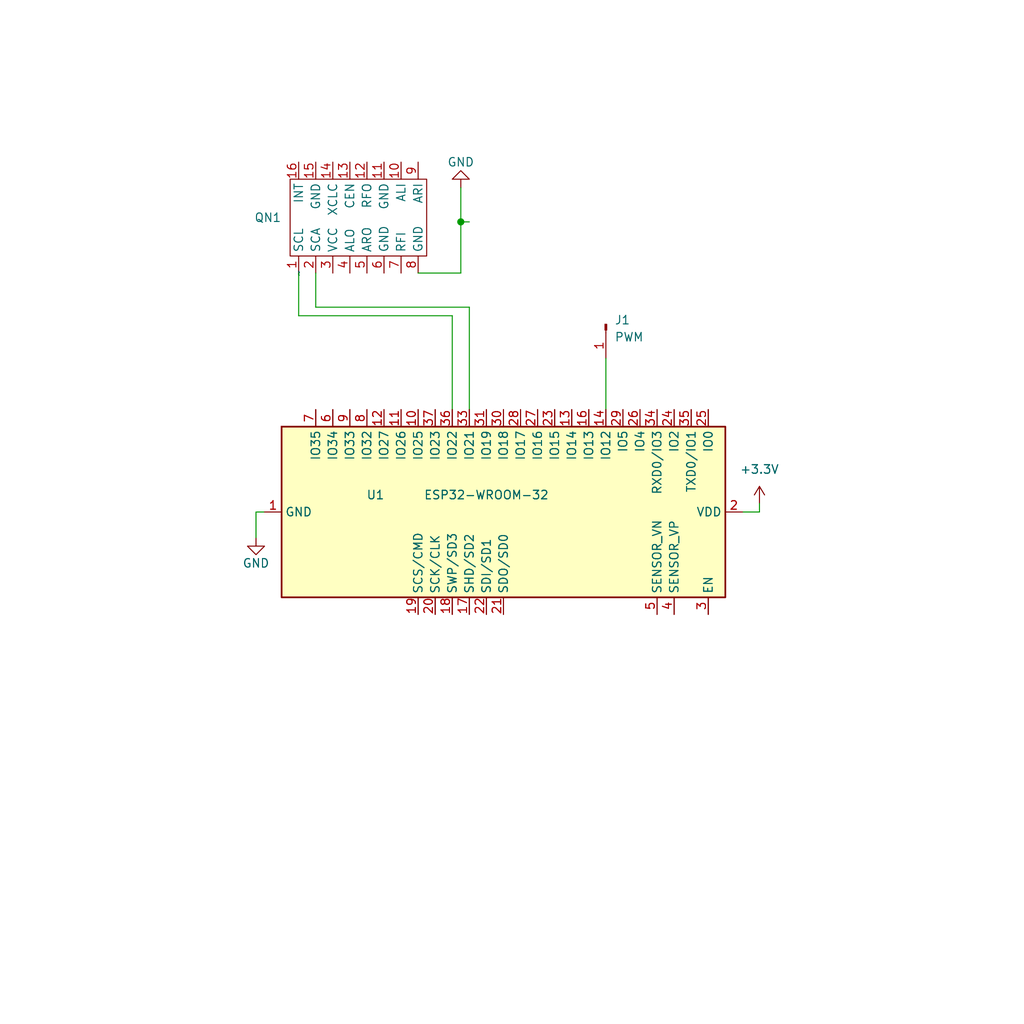
<source format=kicad_sch>
(kicad_sch (version 20230121) (generator eeschema)
  (paper "User" 152.4 152.4)
  (title_block (title "WEB SETUP with ESP32 and QN8066") (company "Ricardo Lima Caratti"))
  (lib_symbols
    (symbol "Connector:Conn_01x01_Pin" (pin_names (offset 1.016) hide)
      (property "Reference" "J" (at 0 2.54 0))
      (property "Value" "Conn_01x01_Pin" (at 0 -2.54 0))
      (symbol "Conn_01x01_Pin_1_1"
        (polyline (pts (xy 1.27 0) (xy 0.8636 0)) (stroke (width 0.1524)))
        (rectangle (start 0.8636 0.127) (end 0 -0.127) (stroke (width 0.1524)) (fill (type outline)))
        (pin passive line (at 5.08 0 180) (length 3.81) (name "Pin_1") (number "1"))
      )
    )
    (symbol "QN8066:QN8066"
      (property "Reference" "QN8066" (at 0 15.24 0))
      (symbol "QN8066_0_1"
        (rectangle (start -6.35 13.97) (end 5.08 -6.35))
      )
      (symbol "QN8066_1_1"
        (pin input line (at -8.89 12.7 0) (length 2.54) (name "SCL") (number "1"))
        (pin input line (at 7.62 -2.54 180) (length 2.54) (name "ALI") (number "10"))
        (pin passive line (at 7.62 0 180) (length 2.54) (name "GND") (number "11"))
        (pin output line (at 7.62 2.54 180) (length 2.54) (name "RFO") (number "12"))
        (pin input line (at 7.62 5.08 180) (length 2.54) (name "CEN") (number "13"))
        (pin input line (at 7.62 7.62 180) (length 2.54) (name "XCLC") (number "14"))
        (pin passive line (at 7.62 10.16 180) (length 2.54) (name "GND") (number "15"))
        (pin output line (at 7.62 12.7 180) (length 2.54) (name "INT") (number "16"))
        (pin bidirectional line (at -8.89 10.16 0) (length 2.54) (name "SCA") (number "2"))
        (pin power_in line (at -8.89 7.62 0) (length 2.54) (name "VCC") (number "3"))
        (pin output line (at -8.89 5.08 0) (length 2.54) (name "ALO") (number "4"))
        (pin output line (at -8.89 2.54 0) (length 2.54) (name "ARO") (number "5"))
        (pin passive line (at -8.89 0 0) (length 2.54) (name "GND") (number "6"))
        (pin input line (at -8.89 -2.54 0) (length 2.54) (name "RFI") (number "7"))
        (pin passive line (at -8.89 -5.08 0) (length 2.54) (name "GND") (number "8"))
        (pin input line (at 7.62 -5.08 180) (length 2.54) (name "ARI") (number "9"))
      )
    )
    (symbol "RF_Module:ESP32-WROOM-32"
      (property "Reference" "U" (at -12.7 34.29 0))
      (property "Value" "ESP32-WROOM-32" (at 1.27 34.29 0))
      (symbol "ESP32-WROOM-32_0_1"
        (rectangle (start -12.7 33.02) (end 12.7 -33.02) (stroke (width 0.254)) (fill (type background)))
      )
      (symbol "ESP32-WROOM-32_1_1"
        (pin power_in line (at 0 -35.56 90) (length 2.54) (name "GND") (number "1"))
        (pin bidirectional line (at 15.24 -12.7 180) (length 2.54) (name "IO25") (number "10"))
        (pin bidirectional line (at 15.24 -15.24 180) (length 2.54) (name "IO26") (number "11"))
        (pin bidirectional line (at 15.24 -17.78 180) (length 2.54) (name "IO27") (number "12"))
        (pin bidirectional line (at 15.24 10.16 180) (length 2.54) (name "IO14") (number "13"))
        (pin bidirectional line (at 15.24 15.24 180) (length 2.54) (name "IO12") (number "14"))
        (pin passive line (at 0 -35.56 90) (length 2.54) hide (name "GND") (number "15"))
        (pin bidirectional line (at 15.24 12.7 180) (length 2.54) (name "IO13") (number "16"))
        (pin bidirectional line (at -15.24 -5.08 0) (length 2.54) (name "SHD/SD2") (number "17"))
        (pin bidirectional line (at -15.24 -7.62 0) (length 2.54) (name "SWP/SD3") (number "18"))
        (pin bidirectional line (at -15.24 -12.7 0) (length 2.54) (name "SCS/CMD") (number "19"))
        (pin power_in line (at 0 35.56 270) (length 2.54) (name "VDD") (number "2"))
        (pin bidirectional line (at -15.24 -10.16 0) (length 2.54) (name "SCK/CLK") (number "20"))
        (pin bidirectional line (at -15.24 0 0) (length 2.54) (name "SDO/SD0") (number "21"))
        (pin bidirectional line (at -15.24 -2.54 0) (length 2.54) (name "SDI/SD1") (number "22"))
        (pin bidirectional line (at 15.24 7.62 180) (length 2.54) (name "IO15") (number "23"))
        (pin bidirectional line (at 15.24 25.4 180) (length 2.54) (name "IO2") (number "24"))
        (pin bidirectional line (at 15.24 30.48 180) (length 2.54) (name "IO0") (number "25"))
        (pin bidirectional line (at 15.24 20.32 180) (length 2.54) (name "IO4") (number "26"))
        (pin bidirectional line (at 15.24 5.08 180) (length 2.54) (name "IO16") (number "27"))
        (pin bidirectional line (at 15.24 2.54 180) (length 2.54) (name "IO17") (number "28"))
        (pin bidirectional line (at 15.24 17.78 180) (length 2.54) (name "IO5") (number "29"))
        (pin input line (at -15.24 30.48 0) (length 2.54) (name "EN") (number "3"))
        (pin bidirectional line (at 15.24 0 180) (length 2.54) (name "IO18") (number "30"))
        (pin bidirectional line (at 15.24 -2.54 180) (length 2.54) (name "IO19") (number "31"))
        (pin no_connect line (at -12.7 -27.94 0) (length 2.54) hide (name "NC") (number "32"))
        (pin bidirectional line (at 15.24 -5.08 180) (length 2.54) (name "IO21") (number "33"))
        (pin bidirectional line (at 15.24 22.86 180) (length 2.54) (name "RXD0/IO3") (number "34"))
        (pin bidirectional line (at 15.24 27.94 180) (length 2.54) (name "TXD0/IO1") (number "35"))
        (pin bidirectional line (at 15.24 -7.62 180) (length 2.54) (name "IO22") (number "36"))
        (pin bidirectional line (at 15.24 -10.16 180) (length 2.54) (name "IO23") (number "37"))
        (pin passive line (at 0 -35.56 90) (length 2.54) hide (name "GND") (number "38"))
        (pin passive line (at 0 -35.56 90) (length 2.54) hide (name "GND") (number "39"))
        (pin input line (at -15.24 25.4 0) (length 2.54) (name "SENSOR_VP") (number "4"))
        (pin input line (at -15.24 22.86 0) (length 2.54) (name "SENSOR_VN") (number "5"))
        (pin input line (at 15.24 -25.4 180) (length 2.54) (name "IO34") (number "6"))
        (pin input line (at 15.24 -27.94 180) (length 2.54) (name "IO35") (number "7"))
        (pin bidirectional line (at 15.24 -20.32 180) (length 2.54) (name "IO32") (number "8"))
        (pin bidirectional line (at 15.24 -22.86 180) (length 2.54) (name "IO33") (number "9"))
      )
    )
    (symbol "power:+3.3V" (power) (pin_names (offset 0))
      (property "Value" "+3.3V" (at 0 3.556 0))
      (symbol "+3.3V_0_1"
        (polyline (pts (xy -0.762 1.27) (xy 0 2.54)))
        (polyline (pts (xy 0 0) (xy 0 2.54)))
        (polyline (pts (xy 0 2.54) (xy 0.762 1.27)))
      )
      (symbol "+3.3V_1_1"
        (pin power_in line (at 0 0 90) (length 0) hide (name "+3.3V") (number "1"))
      )
    )
    (symbol "power:GND" (power) (pin_names (offset 0))
      (property "Value" "GND" (at 0 -3.81 0))
      (symbol "GND_0_1"
        (polyline (pts (xy 0 0) (xy 0 -1.27) (xy 1.27 -1.27) (xy 0 -2.54) (xy -1.27 -1.27) (xy 0 -1.27)))
      )
      (symbol "GND_1_1"
        (pin power_in line (at 0 0 270) (length 0) hide (name "GND") (number "1"))
      )
    )
  )
  (junction (at 68.58 33.02))
  (wire (pts (xy 113.03 76.2) (xy 113.03 74.93)))
  (wire (pts (xy 90.17 53.34) (xy 90.17 60.96)))
  (wire (pts (xy 68.58 40.64) (xy 68.58 33.02)))
  (wire (pts (xy 46.99 40.64) (xy 46.99 45.72)))
  (wire (pts (xy 44.45 40.64) (xy 44.45 46.99)))
  (wire (pts (xy 38.1 80.01) (xy 38.1 76.2)))
  (wire (pts (xy 68.58 27.94) (xy 68.58 33.02)))
  (wire (pts (xy 67.31 46.99) (xy 67.31 60.96)))
  (wire (pts (xy 62.23 40.64) (xy 68.58 40.64)))
  (wire (pts (xy 46.99 45.72) (xy 69.85 45.72)))
  (wire (pts (xy 68.58 33.02) (xy 69.85 33.02)))
  (wire (pts (xy 38.1 76.2) (xy 39.37 76.2)))
  (wire (pts (xy 44.45 46.99) (xy 67.31 46.99)))
  (wire (pts (xy 110.49 76.2) (xy 113.03 76.2)))
  (wire (pts (xy 69.85 45.72) (xy 69.85 60.96)))
  (symbol (lib_id "Connector:Conn_01x01_Pin") (at 90.17 48.26 270) (unit 1)
    (property "Reference" "J1" (at 91.44 47.625 90) (effects (justify left)))
    (property "Value" "PWM " (at 91.44 50.165 90) (effects (justify left)))
  )
  (symbol (lib_id "power:GND") (at 68.58 27.94 180) (unit 1)
    (property "Reference" "#PWR02" (effects hide))
    (property "Value" "GND" (at 68.58 24.13 0))
  )
  (symbol (lib_id "QN8066:QN8066") (at 57.15 31.75 90) (unit 1)
    (property "Reference" "QN1" (at 41.91 32.385 90) (effects (justify left)))
    (property "Value" "~" (at 44.45 40.64 0))
  )
  (symbol (lib_id "power:+3.3V") (at 113.03 74.93 0) (unit 1)
    (property "Reference" "#PWR011" (effects hide))
    (property "Value" "+3.3V" (at 113.03 69.85 0))
  )
  (symbol (lib_id "power:GND") (at 38.1 80.01 0) (unit 1)
    (property "Reference" "#PWR010" (effects hide))
    (property "Value" "GND" (at 38.1 83.82 0))
  )
  (symbol (lib_id "RF_Module:ESP32-WROOM-32") (at 74.93 76.2 270) (mirror x) (unit 1)
    (property "Reference" "U1" (at 55.88 73.66 90))
    (property "Value" "ESP32-WROOM-32" (at 72.39 73.66 90))
    (property "Footprint" "RF_Module:ESP32-WROOM-32" (effects hide))
    (property "Datasheet" "https://www.espressif.com/sites/default/files/documentation/esp32-wroom-32_datasheet_en.pdf" (effects hide))
  )
)
</source>
